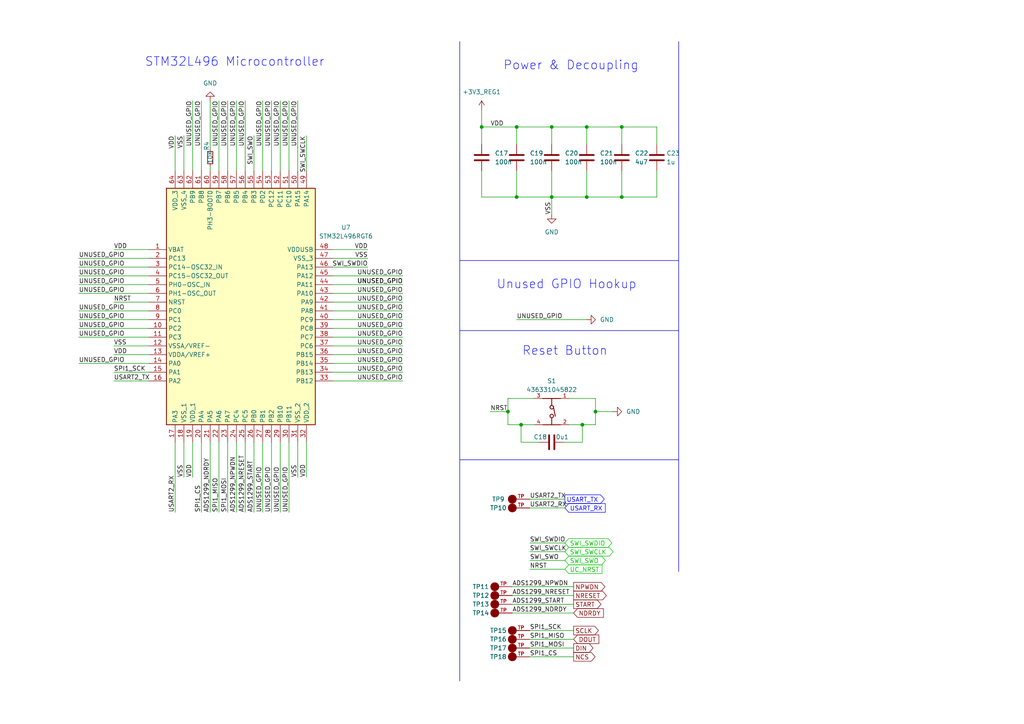
<source format=kicad_sch>
(kicad_sch (version 20250114) (generator "eeschema") (generator_version "9.0")
  (paper "A4")
  (lib_symbols
    (symbol "HANDS-EMG-BOARD:+3V3_REG1" (power) (pin_numbers (hide yes)) (pin_names (offset 0) (hide yes))
      (property "Value" "+3V3_REG1" (at 0 3.556 0))
      (symbol "+3V3_REG1_0_1"
        (polyline (pts (xy -0.762 1.27) (xy 0 2.54)))
        (polyline (pts (xy 0 2.54) (xy 0.762 1.27)))
        (polyline (pts (xy 0 0) (xy 0 2.54)))
      )
      (symbol "+3V3_REG1_1_1"
        (pin power_in line (at 0 0 90) (length 0) (name "~") (number "1"))
      )
    )
    (symbol "HANDS-EMG-BOARD:436331045822" (pin_names (offset 1.016))
      (property "Reference" "S" (at -0.13 7.05 0))
      (property "Value" "436331045822" (at -5.01 -5.38 0))
      (symbol "436331045822_0_0"
        (polyline (pts (xy 0 3.175) (xy 0 5.08)) (stroke (width 0.254)))
        (circle (center 0 2.54) (radius 0.508) (stroke (width 0.254)))
        (circle (center 0 0) (radius 0.508) (stroke (width 0.254)))
        (polyline (pts (xy 0 -2.54) (xy 0 -0.635)) (stroke (width 0.254)))
        (polyline (pts (xy 0.47 2.74) (xy 1.04 -0.07)) (stroke (width 0.254)))
        (polyline (pts (xy 2.54 5.08) (xy -2.54 5.08)) (stroke (width 0.254)))
        (polyline (pts (xy 2.54 -2.54) (xy -2.54 -2.54)) (stroke (width 0.254)))
        (pin passive line (at -5.08 5.08 0) (length 2.54) (name "~") (number "3"))
        (pin passive line (at -5.08 -2.54 0) (length 2.54) (name "~") (number "4"))
        (pin passive line (at 5.08 5.08 180) (length 2.54) (name "~") (number "1"))
        (pin passive line (at 5.08 -2.54 180) (length 2.54) (name "~") (number "2"))
      )
    )
    (symbol "HANDS-EMG-BOARD:5015" (pin_names (offset 1.016))
      (property "Reference" "TP" (at -2.5444 2.5415 0))
      (property "Value" "5015" (at -2.55 -5.0866 0))
      (symbol "5015_0_0"
        (circle (center 0 0) (radius 0.635) (stroke (width 1.27)))
        (pin passive line (at -5.08 0 0) (length 5.08) (name "~") (number "TP"))
      )
    )
    (symbol "HANDS-EMG-BOARD:C" (pin_numbers (hide yes)) (pin_names (offset 0.254))
      (property "Reference" "C" (at 0.635 2.54 0))
      (property "Value" "C" (at 0.635 -2.54 0))
      (symbol "C_0_1"
        (polyline (pts (xy -2.032 0.762) (xy 2.032 0.762)) (stroke (width 0.508)))
        (polyline (pts (xy -2.032 -0.762) (xy 2.032 -0.762)) (stroke (width 0.508)))
      )
      (symbol "C_1_1"
        (pin passive line (at 0 3.81 270) (length 2.794) (name "~") (number "1"))
        (pin passive line (at 0 -3.81 90) (length 2.794) (name "~") (number "2"))
      )
    )
    (symbol "HANDS-EMG-BOARD:GND" (power) (pin_numbers (hide yes)) (pin_names (offset 0) (hide yes))
      (property "Value" "GND" (at 0 -3.81 0))
      (symbol "GND_0_1"
        (polyline (pts (xy 0 0) (xy 0 -1.27) (xy 1.27 -1.27) (xy 0 -2.54) (xy -1.27 -1.27) (xy 0 -1.27)))
      )
      (symbol "GND_1_1"
        (pin power_in line (at 0 0 270) (length 0) (name "~") (number "1"))
      )
    )
    (symbol "HANDS-EMG-BOARD:R_Small" (pin_numbers (hide yes)) (pin_names (offset 0.254) (hide yes))
      (property "Reference" "R" (at 0.762 0.508 0))
      (property "Value" "R_Small" (at 0.762 -1.016 0))
      (symbol "R_Small_0_1"
        (rectangle (start -0.762 1.778) (end 0.762 -1.778) (stroke (width 0.2032)))
      )
      (symbol "R_Small_1_1"
        (pin passive line (at 0 2.54 270) (length 0.762) (name "~") (number "1"))
        (pin passive line (at 0 -2.54 90) (length 0.762) (name "~") (number "2"))
      )
    )
    (symbol "HANDS-EMG-BOARD:STM32L496RGT6"
      (property "Reference" "U" (at 49.53 22.86 0))
      (property "Value" "STM32L496RGT6" (at 49.53 20.32 0))
      (symbol "STM32L496RGT6_1_1"
        (rectangle (start 5.08 17.78) (end 48.26 -50.8) (stroke (width 0.254)) (fill (type background)))
        (pin passive line (at 0 0 0) (length 5.08) (name "VBAT") (number "1"))
        (pin passive line (at 0 -2.54 0) (length 5.08) (name "PC13") (number "2"))
        (pin passive line (at 0 -5.08 0) (length 5.08) (name "PC14-OSC32_IN") (number "3"))
        (pin passive line (at 0 -7.62 0) (length 5.08) (name "PC15-OSC32_OUT") (number "4"))
        (pin passive line (at 0 -10.16 0) (length 5.08) (name "PH0-OSC_IN") (number "5"))
        (pin passive line (at 0 -12.7 0) (length 5.08) (name "PH1-OSC_OUT") (number "6"))
        (pin passive line (at 0 -15.24 0) (length 5.08) (name "NRST") (number "7"))
        (pin passive line (at 0 -17.78 0) (length 5.08) (name "PC0") (number "8"))
        (pin passive line (at 0 -20.32 0) (length 5.08) (name "PC1") (number "9"))
        (pin passive line (at 0 -22.86 0) (length 5.08) (name "PC2") (number "10"))
        (pin passive line (at 0 -25.4 0) (length 5.08) (name "PC3") (number "11"))
        (pin passive line (at 0 -27.94 0) (length 5.08) (name "VSSA/VREF-") (number "12"))
        (pin passive line (at 0 -30.48 0) (length 5.08) (name "VDDA/VREF+") (number "13"))
        (pin passive line (at 0 -33.02 0) (length 5.08) (name "PA0") (number "14"))
        (pin passive line (at 0 -35.56 0) (length 5.08) (name "PA1") (number "15"))
        (pin passive line (at 0 -38.1 0) (length 5.08) (name "PA2") (number "16"))
        (pin passive line (at 7.62 22.86 270) (length 5.08) (name "VDD_3") (number "64"))
        (pin passive line (at 7.62 -55.88 90) (length 5.08) (name "PA3") (number "17"))
        (pin passive line (at 10.16 22.86 270) (length 5.08) (name "VSS_4") (number "63"))
        (pin passive line (at 10.16 -55.88 90) (length 5.08) (name "VSS_1") (number "18"))
        (pin passive line (at 12.7 22.86 270) (length 5.08) (name "PB9") (number "62"))
        (pin passive line (at 12.7 -55.88 90) (length 5.08) (name "VDD_1") (number "19"))
        (pin passive line (at 15.24 22.86 270) (length 5.08) (name "PB8") (number "61"))
        (pin passive line (at 15.24 -55.88 90) (length 5.08) (name "PA4") (number "20"))
        (pin passive line (at 17.78 22.86 270) (length 5.08) (name "PH3-BOOT0") (number "60"))
        (pin passive line (at 17.78 -55.88 90) (length 5.08) (name "PA5") (number "21"))
        (pin passive line (at 20.32 22.86 270) (length 5.08) (name "PB7") (number "59"))
        (pin passive line (at 20.32 -55.88 90) (length 5.08) (name "PA6") (number "22"))
        (pin passive line (at 22.86 22.86 270) (length 5.08) (name "PB6") (number "58"))
        (pin passive line (at 22.86 -55.88 90) (length 5.08) (name "PA7") (number "23"))
        (pin passive line (at 25.4 22.86 270) (length 5.08) (name "PB5") (number "57"))
        (pin passive line (at 25.4 -55.88 90) (length 5.08) (name "PC4") (number "24"))
        (pin passive line (at 27.94 22.86 270) (length 5.08) (name "PB4") (number "56"))
        (pin passive line (at 27.94 -55.88 90) (length 5.08) (name "PC5") (number "25"))
        (pin passive line (at 30.48 22.86 270) (length 5.08) (name "PB3") (number "55"))
        (pin passive line (at 30.48 -55.88 90) (length 5.08) (name "PB0") (number "26"))
        (pin passive line (at 33.02 22.86 270) (length 5.08) (name "PD2") (number "54"))
        (pin passive line (at 33.02 -55.88 90) (length 5.08) (name "PB1") (number "27"))
        (pin passive line (at 35.56 22.86 270) (length 5.08) (name "PC12") (number "53"))
        (pin passive line (at 35.56 -55.88 90) (length 5.08) (name "PB2") (number "28"))
        (pin passive line (at 38.1 22.86 270) (length 5.08) (name "PC11") (number "52"))
        (pin passive line (at 38.1 -55.88 90) (length 5.08) (name "PB10") (number "29"))
        (pin passive line (at 40.64 22.86 270) (length 5.08) (name "PC10") (number "51"))
        (pin passive line (at 40.64 -55.88 90) (length 5.08) (name "PB11") (number "30"))
        (pin passive line (at 43.18 22.86 270) (length 5.08) (name "PA15") (number "50"))
        (pin passive line (at 43.18 -55.88 90) (length 5.08) (name "VSS_2") (number "31"))
        (pin passive line (at 45.72 22.86 270) (length 5.08) (name "PA14") (number "49"))
        (pin passive line (at 45.72 -55.88 90) (length 5.08) (name "VDD_2") (number "32"))
        (pin passive line (at 53.34 0 180) (length 5.08) (name "VDDUSB") (number "48"))
        (pin passive line (at 53.34 -2.54 180) (length 5.08) (name "VSS_3") (number "47"))
        (pin passive line (at 53.34 -5.08 180) (length 5.08) (name "PA13") (number "46"))
        (pin passive line (at 53.34 -7.62 180) (length 5.08) (name "PA12") (number "45"))
        (pin passive line (at 53.34 -10.16 180) (length 5.08) (name "PA11") (number "44"))
        (pin passive line (at 53.34 -12.7 180) (length 5.08) (name "PA10") (number "43"))
        (pin passive line (at 53.34 -15.24 180) (length 5.08) (name "PA9") (number "42"))
        (pin passive line (at 53.34 -17.78 180) (length 5.08) (name "PA8") (number "41"))
        (pin passive line (at 53.34 -20.32 180) (length 5.08) (name "PC9") (number "40"))
        (pin passive line (at 53.34 -22.86 180) (length 5.08) (name "PC8") (number "39"))
        (pin passive line (at 53.34 -25.4 180) (length 5.08) (name "PC7") (number "38"))
        (pin passive line (at 53.34 -27.94 180) (length 5.08) (name "PC6") (number "37"))
        (pin passive line (at 53.34 -30.48 180) (length 5.08) (name "PB15") (number "36"))
        (pin passive line (at 53.34 -33.02 180) (length 5.08) (name "PB14") (number "35"))
        (pin passive line (at 53.34 -35.56 180) (length 5.08) (name "PB13") (number "34"))
        (pin passive line (at 53.34 -38.1 180) (length 5.08) (name "PB12") (number "33"))
      )
    )
  )
  (text "STM32L496 Microcontroller" (at 68.072 18.034 0) (effects (font (size 2.54 2.54))))
  (text "Unused GPIO Hookup" (at 164.338 82.55 0) (effects (font (size 2.54 2.54))))
  (text "Reset Button" (at 163.83 101.854 0) (effects (font (size 2.54 2.54))))
  (text "Power & Decoupling" (at 165.608 19.05 0) (effects (font (size 2.54 2.54))))
  (junction (at 160.02 36.83))
  (junction (at 172.72 119.38))
  (junction (at 149.86 57.15))
  (junction (at 180.34 36.83))
  (junction (at 170.18 36.83))
  (junction (at 139.7 36.83))
  (junction (at 180.34 57.15))
  (junction (at 149.86 36.83))
  (junction (at 160.02 57.15))
  (junction (at 170.18 57.15))
  (junction (at 168.91 123.19))
  (junction (at 147.32 119.38))
  (junction (at 151.13 123.19))
  (wire (pts (xy 43.18 92.71) (xy 22.86 92.71)))
  (wire (pts (xy 153.67 144.78) (xy 163.83 144.78)))
  (wire (pts (xy 148.59 170.18) (xy 166.37 170.18)))
  (wire (pts (xy 153.67 187.96) (xy 166.37 187.96)))
  (wire (pts (xy 33.02 102.87) (xy 43.18 102.87)))
  (wire (pts (xy 43.18 95.25) (xy 22.86 95.25)))
  (wire (pts (xy 55.88 49.53) (xy 55.88 29.21)))
  (wire (pts (xy 81.28 49.53) (xy 81.28 29.21)))
  (wire (pts (xy 96.52 95.25) (xy 116.84 95.25)))
  (wire (pts (xy 165.1 123.19) (xy 168.91 123.19)))
  (wire (pts (xy 33.02 72.39) (xy 43.18 72.39)))
  (wire (pts (xy 86.36 138.43) (xy 86.36 128.27)))
  (wire (pts (xy 81.28 128.27) (xy 81.28 148.59)))
  (wire (pts (xy 43.18 82.55) (xy 22.86 82.55)))
  (wire (pts (xy 151.13 123.19) (xy 154.94 123.19)))
  (wire (pts (xy 168.91 128.27) (xy 168.91 123.19)))
  (wire (pts (xy 78.74 49.53) (xy 78.74 29.21)))
  (wire (pts (xy 148.59 177.8) (xy 166.37 177.8)))
  (wire (pts (xy 149.86 49.53) (xy 149.86 57.15)))
  (polyline (pts (xy 133.35 95.885) (xy 196.85 95.885)))
  (wire (pts (xy 73.66 148.59) (xy 73.66 128.27)))
  (wire (pts (xy 180.34 36.83) (xy 190.5 36.83)))
  (wire (pts (xy 43.18 74.93) (xy 22.86 74.93)))
  (wire (pts (xy 53.34 39.37) (xy 53.34 49.53)))
  (polyline (pts (xy 196.85 133.35) (xy 196.85 165.735)))
  (wire (pts (xy 66.04 49.53) (xy 66.04 29.21)))
  (wire (pts (xy 96.52 110.49) (xy 116.84 110.49)))
  (wire (pts (xy 160.02 49.53) (xy 160.02 57.15)))
  (wire (pts (xy 160.02 57.15) (xy 160.02 62.23)))
  (polyline (pts (xy 133.35 75.565) (xy 196.85 75.565)))
  (wire (pts (xy 151.13 128.27) (xy 156.21 128.27)))
  (wire (pts (xy 68.58 148.59) (xy 68.58 128.27)))
  (wire (pts (xy 96.52 85.09) (xy 116.84 85.09)))
  (wire (pts (xy 148.59 175.26) (xy 166.37 175.26)))
  (wire (pts (xy 163.83 128.27) (xy 168.91 128.27)))
  (wire (pts (xy 180.34 49.53) (xy 180.34 57.15)))
  (wire (pts (xy 76.2 128.27) (xy 76.2 148.59)))
  (wire (pts (xy 43.18 85.09) (xy 22.86 85.09)))
  (wire (pts (xy 58.42 148.59) (xy 58.42 128.27)))
  (wire (pts (xy 160.02 36.83) (xy 170.18 36.83)))
  (wire (pts (xy 154.94 115.57) (xy 147.32 115.57)))
  (wire (pts (xy 96.52 100.33) (xy 116.84 100.33)))
  (polyline (pts (xy 133.35 133.35) (xy 196.85 133.35)))
  (wire (pts (xy 180.34 57.15) (xy 190.5 57.15)))
  (wire (pts (xy 149.86 36.83) (xy 160.02 36.83)))
  (wire (pts (xy 153.67 185.42) (xy 166.37 185.42)))
  (wire (pts (xy 153.67 160.02) (xy 163.83 160.02)))
  (wire (pts (xy 96.52 105.41) (xy 116.84 105.41)))
  (wire (pts (xy 153.67 147.32) (xy 163.83 147.32)))
  (wire (pts (xy 153.67 190.5) (xy 166.37 190.5)))
  (wire (pts (xy 160.02 57.15) (xy 149.86 57.15)))
  (wire (pts (xy 153.67 162.56) (xy 163.83 162.56)))
  (wire (pts (xy 78.74 128.27) (xy 78.74 148.59)))
  (wire (pts (xy 63.5 49.53) (xy 63.5 29.21)))
  (wire (pts (xy 170.18 36.83) (xy 170.18 41.91)))
  (wire (pts (xy 43.18 105.41) (xy 22.86 105.41)))
  (wire (pts (xy 139.7 36.83) (xy 139.7 41.91)))
  (wire (pts (xy 96.52 97.79) (xy 116.84 97.79)))
  (wire (pts (xy 151.13 123.19) (xy 151.13 128.27)))
  (wire (pts (xy 83.82 49.53) (xy 83.82 29.21)))
  (wire (pts (xy 142.24 119.38) (xy 147.32 119.38)))
  (wire (pts (xy 139.7 36.83) (xy 149.86 36.83)))
  (wire (pts (xy 96.52 82.55) (xy 116.84 82.55)))
  (wire (pts (xy 160.02 36.83) (xy 160.02 41.91)))
  (wire (pts (xy 170.18 92.71) (xy 149.86 92.71)))
  (wire (pts (xy 172.72 115.57) (xy 165.1 115.57)))
  (wire (pts (xy 139.7 57.15) (xy 139.7 49.53)))
  (wire (pts (xy 170.18 57.15) (xy 160.02 57.15)))
  (wire (pts (xy 63.5 148.59) (xy 63.5 128.27)))
  (wire (pts (xy 43.18 80.01) (xy 22.86 80.01)))
  (wire (pts (xy 180.34 36.83) (xy 180.34 41.91)))
  (wire (pts (xy 83.82 128.27) (xy 83.82 148.59)))
  (wire (pts (xy 170.18 36.83) (xy 180.34 36.83)))
  (wire (pts (xy 71.12 148.59) (xy 71.12 128.27)))
  (wire (pts (xy 153.67 157.48) (xy 163.83 157.48)))
  (wire (pts (xy 153.67 165.1) (xy 163.83 165.1)))
  (wire (pts (xy 172.72 119.38) (xy 177.8 119.38)))
  (wire (pts (xy 43.18 90.17) (xy 22.86 90.17)))
  (wire (pts (xy 172.72 119.38) (xy 172.72 115.57)))
  (wire (pts (xy 55.88 138.43) (xy 55.88 128.27)))
  (wire (pts (xy 53.34 138.43) (xy 53.34 128.27)))
  (wire (pts (xy 153.67 182.88) (xy 166.37 182.88)))
  (wire (pts (xy 148.59 172.72) (xy 166.37 172.72)))
  (wire (pts (xy 147.32 123.19) (xy 151.13 123.19)))
  (wire (pts (xy 33.02 87.63) (xy 43.18 87.63)))
  (wire (pts (xy 147.32 115.57) (xy 147.32 119.38)))
  (wire (pts (xy 88.9 138.43) (xy 88.9 128.27)))
  (wire (pts (xy 139.7 31.75) (xy 139.7 36.83)))
  (wire (pts (xy 147.32 119.38) (xy 147.32 123.19)))
  (wire (pts (xy 73.66 49.53) (xy 73.66 39.37)))
  (wire (pts (xy 68.58 49.53) (xy 68.58 29.21)))
  (wire (pts (xy 43.18 77.47) (xy 22.86 77.47)))
  (wire (pts (xy 149.86 57.15) (xy 139.7 57.15)))
  (wire (pts (xy 190.5 57.15) (xy 190.5 49.53)))
  (wire (pts (xy 190.5 41.91) (xy 190.5 36.83)))
  (wire (pts (xy 88.9 49.53) (xy 88.9 39.37)))
  (wire (pts (xy 96.52 80.01) (xy 116.84 80.01)))
  (wire (pts (xy 96.52 107.95) (xy 116.84 107.95)))
  (polyline (pts (xy 196.85 12.065) (xy 196.85 133.35)))
  (wire (pts (xy 33.02 100.33) (xy 43.18 100.33)))
  (wire (pts (xy 60.96 29.21) (xy 60.96 43.18)))
  (wire (pts (xy 33.02 107.95) (xy 43.18 107.95)))
  (wire (pts (xy 66.04 148.59) (xy 66.04 128.27)))
  (wire (pts (xy 86.36 49.53) (xy 86.36 29.21)))
  (wire (pts (xy 96.52 102.87) (xy 116.84 102.87)))
  (wire (pts (xy 168.91 123.19) (xy 172.72 123.19)))
  (wire (pts (xy 33.02 110.49) (xy 43.18 110.49)))
  (wire (pts (xy 50.8 148.59) (xy 50.8 128.27)))
  (wire (pts (xy 58.42 49.53) (xy 58.42 29.21)))
  (wire (pts (xy 71.12 49.53) (xy 71.12 29.21)))
  (wire (pts (xy 76.2 49.53) (xy 76.2 29.21)))
  (wire (pts (xy 106.68 72.39) (xy 96.52 72.39)))
  (wire (pts (xy 60.96 148.59) (xy 60.96 128.27)))
  (wire (pts (xy 96.52 92.71) (xy 116.84 92.71)))
  (wire (pts (xy 170.18 49.53) (xy 170.18 57.15)))
  (wire (pts (xy 96.52 77.47) (xy 106.68 77.47)))
  (wire (pts (xy 172.72 123.19) (xy 172.72 119.38)))
  (wire (pts (xy 50.8 39.37) (xy 50.8 49.53)))
  (polyline (pts (xy 133.35 12.065) (xy 133.35 197.485)))
  (wire (pts (xy 149.86 36.83) (xy 149.86 41.91)))
  (wire (pts (xy 60.96 48.26) (xy 60.96 49.53)))
  (wire (pts (xy 96.52 90.17) (xy 116.84 90.17)))
  (wire (pts (xy 43.18 97.79) (xy 22.86 97.79)))
  (wire (pts (xy 106.68 74.93) (xy 96.52 74.93)))
  (wire (pts (xy 96.52 87.63) (xy 116.84 87.63)))
  (wire (pts (xy 180.34 57.15) (xy 170.18 57.15)))
  (label "VDD" (at 106.68 72.39 180))
  (label "VSS" (at 86.36 138.43 90))
  (label "UNUSED_GPIO" (at 81.28 29.21 270))
  (label "VDD" (at 33.02 102.87 0))
  (label "UNUSED_GPIO" (at 22.86 85.09 0))
  (label "VDD" (at 50.8 39.37 270))
  (label "UNUSED_GPIO" (at 81.28 148.59 90))
  (label "NRST" (at 153.67 165.1 0))
  (label "UNUSED_GPIO" (at 76.2 148.59 90))
  (label "SWI_SWO" (at 73.66 39.37 270))
  (label "UNUSED_GPIO" (at 22.86 90.17 0))
  (label "SPI1_MISO" (at 153.67 185.42 0))
  (label "UNUSED_GPIO" (at 116.84 80.01 180))
  (label "UNUSED_GPIO" (at 116.84 102.87 180))
  (label "UNUSED_GPIO" (at 22.86 95.25 0))
  (label "VDD" (at 142.24 36.83 0))
  (label "NRST" (at 142.24 119.38 0))
  (label "UNUSED_GPIO" (at 116.84 107.95 180))
  (label "SPI1_SCK" (at 153.67 182.88 0))
  (label "VDD" (at 33.02 72.39 0))
  (label "UNUSED_GPIO" (at 83.82 29.21 270))
  (label "SWI_SWCLK" (at 88.9 39.37 270))
  (label "USART2_TX" (at 33.02 110.49 0))
  (label "UNUSED_GPIO" (at 22.86 97.79 0))
  (label "UNUSED_GPIO" (at 116.84 82.55 180))
  (label "UNUSED_GPIO" (at 116.84 92.71 180))
  (label "UNUSED_GPIO" (at 86.36 29.21 270))
  (label "SPI1_MOSI" (at 66.04 148.59 90))
  (label "UNUSED_GPIO" (at 22.86 92.71 0))
  (label "UNUSED_GPIO" (at 71.12 29.21 270))
  (label "VDD" (at 88.9 138.43 90))
  (label "SPI1_MISO" (at 63.5 148.59 90))
  (label "VSS" (at 160.02 62.23 90))
  (label "UNUSED_GPIO" (at 116.84 100.33 180))
  (label "UNUSED_GPIO" (at 63.5 29.21 270))
  (label "UNUSED_GPIO" (at 78.74 148.59 90))
  (label "USART2_TX" (at 153.67 144.78 0))
  (label "UNUSED_GPIO" (at 116.84 97.79 180))
  (label "SWI_SWDIO" (at 153.67 157.48 0))
  (label "UNUSED_GPIO" (at 22.86 82.55 0))
  (label "USART2_RX" (at 153.67 147.32 0))
  (label "UNUSED_GPIO" (at 78.74 29.21 270))
  (label "VSS" (at 53.34 138.43 90))
  (label "VDD" (at 55.88 138.43 90))
  (label "SWI_SWDIO" (at 106.68 77.47 180))
  (label "SPI1_SCK" (at 33.02 107.95 0))
  (label "ADS1299_NRESET" (at 71.12 148.59 90))
  (label "UNUSED_GPIO" (at 68.58 29.21 270))
  (label "UNUSED_GPIO" (at 55.88 29.21 270))
  (label "NRST" (at 33.02 87.63 0))
  (label "UNUSED_GPIO" (at 83.82 148.59 90))
  (label "ADS1299_NPWDN" (at 68.58 148.59 90))
  (label "UNUSED_GPIO" (at 66.04 29.21 270))
  (label "ADS1299_NDRDY" (at 60.96 148.59 90))
  (label "SWI_SWO" (at 153.67 162.56 0))
  (label "UNUSED_GPIO" (at 76.2 29.21 270))
  (label "UNUSED_GPIO" (at 22.86 105.41 0))
  (label "UNUSED_GPIO" (at 22.86 77.47 0))
  (label "VSS" (at 33.02 100.33 0))
  (label "ADS1299_NRESET" (at 148.59 172.72 0))
  (label "UNUSED_GPIO" (at 116.84 110.49 180))
  (label "UNUSED_GPIO" (at 58.42 29.21 270))
  (label "UNUSED_GPIO" (at 22.86 80.01 0))
  (label "ADS1299_NDRDY" (at 148.59 177.8 0))
  (label "UNUSED_GPIO" (at 116.84 95.25 180))
  (label "UNUSED_GPIO" (at 116.84 105.41 180))
  (label "SPI1_MOSI" (at 153.67 187.96 0))
  (label "ADS1299_START" (at 73.66 148.59 90))
  (label "VSS" (at 106.68 74.93 180))
  (label "USART2_RX" (at 50.8 148.59 90))
  (label "UNUSED_GPIO" (at 22.86 74.93 0))
  (label "ADS1299_START" (at 148.59 175.26 0))
  (label "ADS1299_NPWDN" (at 148.59 170.18 0))
  (label "UNUSED_GPIO" (at 116.84 82.55 180))
  (label "SPI1_CS" (at 153.67 190.5 0))
  (label "UNUSED_GPIO" (at 116.84 90.17 180))
  (label "SWI_SWCLK" (at 153.67 160.02 0))
  (label "UNUSED_GPIO" (at 116.84 85.09 180))
  (label "VSS" (at 53.34 39.37 270))
  (label "SPI1_CS" (at 58.42 148.59 90))
  (label "UNUSED_GPIO" (at 116.84 87.63 180))
  (label "UNUSED_GPIO" (at 149.86 92.71 0))
  (global_label "UC_NRST" (shape input) (at 163.83 165.1 0) (property "Intersheetrefs" "${INTERSHEET_REFS}" (effects (hide yes))))
  (global_label "DIN" (shape output) (at 166.37 187.96 0) (property "Intersheetrefs" "${INTERSHEET_REFS}" (effects (hide yes))))
  (global_label "DOUT" (shape input) (at 166.37 185.42 0) (property "Intersheetrefs" "${INTERSHEET_REFS}" (effects (hide yes))))
  (global_label "SWI_SWDIO" (shape bidirectional) (at 163.83 157.48 0) (property "Intersheetrefs" "${INTERSHEET_REFS}" (effects (hide yes))))
  (global_label "USART_RX" (shape input) (at 163.83 147.32 0) (property "Intersheetrefs" "${INTERSHEET_REFS}" (effects (hide yes))))
  (global_label "SWI_SWCLK" (shape bidirectional) (at 163.83 160.02 0) (property "Intersheetrefs" "${INTERSHEET_REFS}" (effects (hide yes))))
  (global_label "NDRDY" (shape input) (at 166.37 177.8 0) (property "Intersheetrefs" "${INTERSHEET_REFS}" (effects (hide yes))))
  (global_label "USART_TX" (shape output) (at 163.83 144.78 0) (property "Intersheetrefs" "${INTERSHEET_REFS}" (effects (hide yes))))
  (global_label "START" (shape output) (at 166.37 175.26 0) (property "Intersheetrefs" "${INTERSHEET_REFS}" (effects (hide yes))))
  (global_label "NCS" (shape output) (at 166.37 190.5 0) (property "Intersheetrefs" "${INTERSHEET_REFS}" (effects (hide yes))))
  (global_label "SCLK" (shape output) (at 166.37 182.88 0) (property "Intersheetrefs" "${INTERSHEET_REFS}" (effects (hide yes))))
  (global_label "NRESET" (shape output) (at 166.37 172.72 0) (property "Intersheetrefs" "${INTERSHEET_REFS}" (effects (hide yes))))
  (global_label "SWI_SWO" (shape bidirectional) (at 163.83 162.56 0) (property "Intersheetrefs" "${INTERSHEET_REFS}" (effects (hide yes))))
  (global_label "NPWDN" (shape output) (at 166.37 170.18 0) (property "Intersheetrefs" "${INTERSHEET_REFS}" (effects (hide yes))))
  (symbol (lib_id "HANDS-EMG-BOARD:5015") (at 148.59 144.78 180) (unit 1)
    (property "Reference" "TP9" (at 144.526 144.78 0))
    (property "Value" "5015" (effects (hide yes)))
    (property "Footprint" "HANDS-EMG-BOARD:5015" (effects (hide yes)))
    (property "Datasheet" "https://www.keyelco.com/userAssets/file/M65p55.pdf" (effects (hide yes)))
    (property "Description" "PC Test Point, Miniature Phosphor Bronze Silver Plating Surface Mount Mounting Type" (effects (hide yes)))
    (property "PARTREV" "F" (effects (hide yes)))
    (property "MANUFACTURER" "Keystone Electronics" (effects (hide yes)))
    (property "SNAPEDA_PN" "5015" (effects (hide yes)))
    (property "MAXIMUM_PACKAGE_HEIGHT" "1.52 mm" (effects (hide yes)))
    (property "STANDARD" "Manufacturer Recommendations" (effects (hide yes)))
  )
  (symbol (lib_id "HANDS-EMG-BOARD:5015") (at 148.59 185.42 180) (unit 1)
    (property "Reference" "TP16" (at 144.526 185.42 0))
    (property "Value" "5015" (effects (hide yes)))
    (property "Footprint" "HANDS-EMG-BOARD:5015" (effects (hide yes)))
    (property "Datasheet" "https://www.keyelco.com/userAssets/file/M65p55.pdf" (effects (hide yes)))
    (property "Description" "PC Test Point, Miniature Phosphor Bronze Silver Plating Surface Mount Mounting Type" (effects (hide yes)))
    (property "PARTREV" "F" (effects (hide yes)))
    (property "MANUFACTURER" "Keystone Electronics" (effects (hide yes)))
    (property "SNAPEDA_PN" "5015" (effects (hide yes)))
    (property "MAXIMUM_PACKAGE_HEIGHT" "1.52 mm" (effects (hide yes)))
    (property "STANDARD" "Manufacturer Recommendations" (effects (hide yes)))
  )
  (symbol (lib_id "HANDS-EMG-BOARD:C") (at 160.02 45.72 0) (unit 1)
    (property "Reference" "C20" (at 163.83 44.4499 0) (effects (justify left)))
    (property "Value" "100n" (at 163.83 46.9899 0) (effects (justify left)))
    (property "Footprint" "Capacitor_SMD:C_0603_1608Metric" (effects (hide yes)))
    (property "Description" "Unpolarized capacitor" (effects (hide yes)))
  )
  (symbol (lib_id "HANDS-EMG-BOARD:C") (at 170.18 45.72 0) (unit 1)
    (property "Reference" "C21" (at 173.99 44.4499 0) (effects (justify left)))
    (property "Value" "100n" (at 173.99 46.9899 0) (effects (justify left)))
    (property "Footprint" "Capacitor_SMD:C_0603_1608Metric" (effects (hide yes)))
    (property "Description" "Unpolarized capacitor" (effects (hide yes)))
  )
  (symbol (lib_id "HANDS-EMG-BOARD:STM32L496RGT6") (at 43.18 72.39 0) (unit 1)
    (property "Reference" "U7" (at 100.33 65.9698 0))
    (property "Value" "STM32L496RGT6" (at 100.33 68.5098 0))
    (property "Footprint" "HANDS-EMG-BOARD:STM32L496RGT6" (effects (hide yes)))
    (property "Datasheet" "https://www.st.com/resource/en/datasheet/stm32l496ae.pdf" (effects (hide yes)))
    (property "Description" "ARM® Cortex®-M4 STM32L4 Microcontroller IC 32-Bit Single-Core 80MHz 1MB (1M x 8) FLASH 64-LQFP (10x10)" (effects (hide yes)))
    (property "Manufacturer_Name" "STMicroelectronics" (effects (hide yes)))
    (property "Manufacturer_Part_Number" "STM32L496RGT6" (effects (hide yes)))
    (property "Mouser Part Number" "511-STM32L496RGT6" (effects (hide yes)))
    (property "Mouser Price/Stock" "https://www.mouser.co.uk/ProductDetail/STMicroelectronics/STM32L496RGT6?qs=GFgPWxtVJSbvyA%2FUhaWzTw%3D%3D" (effects (hide yes)))
    (property "Arrow Part Number" "STM32L496RGT6" (effects (hide yes)))
    (property "Arrow Price/Stock" "https://www.arrow.com/en/products/stm32l496rgt6/stmicroelectronics?utm_currency=USD&region=nac" (effects (hide yes)))
  )
  (symbol (lib_id "HANDS-EMG-BOARD:R_Small") (at 60.96 45.72 0) (unit 1)
    (property "Reference" "R4" (at 59.944 43.688 90) (effects (justify left)))
    (property "Value" "10K" (at 60.96 47.498 90) (effects (justify left)))
    (property "Footprint" "Resistor_SMD:R_0402_1005Metric" (effects (hide yes)))
    (property "Description" "Resistor, small symbol" (effects (hide yes)))
  )
  (symbol (lib_id "HANDS-EMG-BOARD:GND") (at 177.8 119.38 90) (unit 1)
    (property "Reference" "#PWR039" (effects (hide yes)))
    (property "Value" "GND" (at 181.61 119.3799 90) (effects (justify right)))
    (property "Description" "Power symbol creates a global label with name \"GND\" , ground" (effects (hide yes)))
  )
  (symbol (lib_id "HANDS-EMG-BOARD:C") (at 190.5 45.72 0) (unit 1)
    (property "Reference" "C23" (at 193.294 44.45 0) (effects (justify left)))
    (property "Value" "1u" (at 193.294 46.99 0) (effects (justify left)))
    (property "Footprint" "Capacitor_SMD:C_0603_1608Metric" (effects (hide yes)))
    (property "Description" "Unpolarized capacitor" (effects (hide yes)))
  )
  (symbol (lib_id "HANDS-EMG-BOARD:+3V3_REG1") (at 139.7 31.75 0) (unit 1)
    (property "Reference" "#PWR035" (effects (hide yes)))
    (property "Value" "+3V3_REG1" (at 139.7 26.67 0))
    (property "Description" "Power symbol creates a global label with name \"+3V3_REG1\"" (effects (hide yes)))
  )
  (symbol (lib_id "HANDS-EMG-BOARD:5015") (at 148.59 147.32 180) (unit 1)
    (property "Reference" "TP10" (at 144.526 147.32 0))
    (property "Value" "5015" (effects (hide yes)))
    (property "Footprint" "HANDS-EMG-BOARD:5015" (effects (hide yes)))
    (property "Datasheet" "https://www.keyelco.com/userAssets/file/M65p55.pdf" (effects (hide yes)))
    (property "Description" "PC Test Point, Miniature Phosphor Bronze Silver Plating Surface Mount Mounting Type" (effects (hide yes)))
    (property "PARTREV" "F" (effects (hide yes)))
    (property "MANUFACTURER" "Keystone Electronics" (effects (hide yes)))
    (property "SNAPEDA_PN" "5015" (effects (hide yes)))
    (property "MAXIMUM_PACKAGE_HEIGHT" "1.52 mm" (effects (hide yes)))
    (property "STANDARD" "Manufacturer Recommendations" (effects (hide yes)))
  )
  (symbol (lib_id "HANDS-EMG-BOARD:5015") (at 143.51 177.8 180) (unit 1)
    (property "Reference" "TP14" (at 139.446 177.8 0))
    (property "Value" "5015" (effects (hide yes)))
    (property "Footprint" "HANDS-EMG-BOARD:5015" (effects (hide yes)))
    (property "Datasheet" "https://www.keyelco.com/userAssets/file/M65p55.pdf" (effects (hide yes)))
    (property "Description" "PC Test Point, Miniature Phosphor Bronze Silver Plating Surface Mount Mounting Type" (effects (hide yes)))
    (property "PARTREV" "F" (effects (hide yes)))
    (property "MANUFACTURER" "Keystone Electronics" (effects (hide yes)))
    (property "SNAPEDA_PN" "5015" (effects (hide yes)))
    (property "MAXIMUM_PACKAGE_HEIGHT" "1.52 mm" (effects (hide yes)))
    (property "STANDARD" "Manufacturer Recommendations" (effects (hide yes)))
  )
  (symbol (lib_id "HANDS-EMG-BOARD:C") (at 160.02 128.27 270) (unit 1)
    (property "Reference" "C18" (at 156.718 126.746 90))
    (property "Value" "0u1" (at 163.068 126.746 90))
    (property "Footprint" "Capacitor_SMD:C_0603_1608Metric" (effects (hide yes)))
    (property "Description" "Unpolarized capacitor" (effects (hide yes)))
  )
  (symbol (lib_id "HANDS-EMG-BOARD:5015") (at 148.59 182.88 180) (unit 1)
    (property "Reference" "TP15" (at 144.526 182.88 0))
    (property "Value" "5015" (effects (hide yes)))
    (property "Footprint" "HANDS-EMG-BOARD:5015" (effects (hide yes)))
    (property "Datasheet" "https://www.keyelco.com/userAssets/file/M65p55.pdf" (effects (hide yes)))
    (property "Description" "PC Test Point, Miniature Phosphor Bronze Silver Plating Surface Mount Mounting Type" (effects (hide yes)))
    (property "PARTREV" "F" (effects (hide yes)))
    (property "MANUFACTURER" "Keystone Electronics" (effects (hide yes)))
    (property "SNAPEDA_PN" "5015" (effects (hide yes)))
    (property "MAXIMUM_PACKAGE_HEIGHT" "1.52 mm" (effects (hide yes)))
    (property "STANDARD" "Manufacturer Recommendations" (effects (hide yes)))
  )
  (symbol (lib_id "HANDS-EMG-BOARD:5015") (at 148.59 190.5 180) (unit 1)
    (property "Reference" "TP18" (at 144.526 190.5 0))
    (property "Value" "5015" (effects (hide yes)))
    (property "Footprint" "HANDS-EMG-BOARD:5015" (effects (hide yes)))
    (property "Datasheet" "https://www.keyelco.com/userAssets/file/M65p55.pdf" (effects (hide yes)))
    (property "Description" "PC Test Point, Miniature Phosphor Bronze Silver Plating Surface Mount Mounting Type" (effects (hide yes)))
    (property "PARTREV" "F" (effects (hide yes)))
    (property "MANUFACTURER" "Keystone Electronics" (effects (hide yes)))
    (property "SNAPEDA_PN" "5015" (effects (hide yes)))
    (property "MAXIMUM_PACKAGE_HEIGHT" "1.52 mm" (effects (hide yes)))
    (property "STANDARD" "Manufacturer Recommendations" (effects (hide yes)))
  )
  (symbol (lib_id "HANDS-EMG-BOARD:C") (at 149.86 45.72 0) (unit 1)
    (property "Reference" "C19" (at 153.67 44.4499 0) (effects (justify left)))
    (property "Value" "100n" (at 153.67 46.9899 0) (effects (justify left)))
    (property "Footprint" "Capacitor_SMD:C_0603_1608Metric" (effects (hide yes)))
    (property "Description" "Unpolarized capacitor" (effects (hide yes)))
  )
  (symbol (lib_id "HANDS-EMG-BOARD:GND") (at 170.18 92.71 90) (unit 1)
    (property "Reference" "#PWR038" (effects (hide yes)))
    (property "Value" "GND" (at 173.99 92.7099 90) (effects (justify right)))
    (property "Description" "Power symbol creates a global label with name \"GND\" , ground" (effects (hide yes)))
  )
  (symbol (lib_id "HANDS-EMG-BOARD:5015") (at 143.51 170.18 180) (unit 1)
    (property "Reference" "TP11" (at 139.446 170.18 0))
    (property "Value" "5015" (effects (hide yes)))
    (property "Footprint" "HANDS-EMG-BOARD:5015" (effects (hide yes)))
    (property "Datasheet" "https://www.keyelco.com/userAssets/file/M65p55.pdf" (effects (hide yes)))
    (property "Description" "PC Test Point, Miniature Phosphor Bronze Silver Plating Surface Mount Mounting Type" (effects (hide yes)))
    (property "PARTREV" "F" (effects (hide yes)))
    (property "MANUFACTURER" "Keystone Electronics" (effects (hide yes)))
    (property "SNAPEDA_PN" "5015" (effects (hide yes)))
    (property "MAXIMUM_PACKAGE_HEIGHT" "1.52 mm" (effects (hide yes)))
    (property "STANDARD" "Manufacturer Recommendations" (effects (hide yes)))
  )
  (symbol (lib_id "HANDS-EMG-BOARD:C") (at 180.34 45.72 0) (unit 1)
    (property "Reference" "C22" (at 184.15 44.4499 0) (effects (justify left)))
    (property "Value" "4u7" (at 184.15 46.9899 0) (effects (justify left)))
    (property "Footprint" "Capacitor_SMD:C_0603_1608Metric" (effects (hide yes)))
    (property "Description" "Unpolarized capacitor" (effects (hide yes)))
  )
  (symbol (lib_id "HANDS-EMG-BOARD:5015") (at 148.59 187.96 180) (unit 1)
    (property "Reference" "TP17" (at 144.526 187.96 0))
    (property "Value" "5015" (effects (hide yes)))
    (property "Footprint" "HANDS-EMG-BOARD:5015" (effects (hide yes)))
    (property "Datasheet" "https://www.keyelco.com/userAssets/file/M65p55.pdf" (effects (hide yes)))
    (property "Description" "PC Test Point, Miniature Phosphor Bronze Silver Plating Surface Mount Mounting Type" (effects (hide yes)))
    (property "PARTREV" "F" (effects (hide yes)))
    (property "MANUFACTURER" "Keystone Electronics" (effects (hide yes)))
    (property "SNAPEDA_PN" "5015" (effects (hide yes)))
    (property "MAXIMUM_PACKAGE_HEIGHT" "1.52 mm" (effects (hide yes)))
    (property "STANDARD" "Manufacturer Recommendations" (effects (hide yes)))
  )
  (symbol (lib_id "HANDS-EMG-BOARD:GND") (at 60.96 29.21 180) (unit 1)
    (property "Reference" "#PWR034" (effects (hide yes)))
    (property "Value" "GND" (at 60.96 24.13 0))
    (property "Description" "Power symbol creates a global label with name \"GND\" , ground" (effects (hide yes)))
  )
  (symbol (lib_id "HANDS-EMG-BOARD:GND") (at 160.02 62.23 0) (unit 1)
    (property "Reference" "#PWR036" (effects (hide yes)))
    (property "Value" "GND" (at 160.02 67.31 0))
    (property "Description" "Power symbol creates a global label with name \"GND\" , ground" (effects (hide yes)))
  )
  (symbol (lib_id "HANDS-EMG-BOARD:C") (at 139.7 45.72 0) (unit 1)
    (property "Reference" "C17" (at 143.51 44.4499 0) (effects (justify left)))
    (property "Value" "100n" (at 143.51 46.9899 0) (effects (justify left)))
    (property "Footprint" "Capacitor_SMD:C_0603_1608Metric" (effects (hide yes)))
    (property "Description" "Unpolarized capacitor" (effects (hide yes)))
  )
  (symbol (lib_id "HANDS-EMG-BOARD:436331045822") (at 160.02 120.65 0) (unit 1)
    (property "Reference" "S1" (at 160.02 110.49 0))
    (property "Value" "436331045822" (at 160.02 113.03 0))
    (property "Footprint" "HANDS-EMG-BOARD:436331045822" (effects (hide yes)))
    (property "Datasheet" "https://www.we-online.com/katalog/datasheet/436331045822.pdf" (effects (hide yes)))
    (property "Description" "Tactile Switch SPST-NO Side Actuated Surface Mount, Right Angle" (effects (hide yes)))
  )
  (symbol (lib_id "HANDS-EMG-BOARD:5015") (at 143.51 172.72 180) (unit 1)
    (property "Reference" "TP12" (at 139.446 172.72 0))
    (property "Value" "5015" (effects (hide yes)))
    (property "Footprint" "HANDS-EMG-BOARD:5015" (effects (hide yes)))
    (property "Datasheet" "https://www.keyelco.com/userAssets/file/M65p55.pdf" (effects (hide yes)))
    (property "Description" "PC Test Point, Miniature Phosphor Bronze Silver Plating Surface Mount Mounting Type" (effects (hide yes)))
    (property "PARTREV" "F" (effects (hide yes)))
    (property "MANUFACTURER" "Keystone Electronics" (effects (hide yes)))
    (property "SNAPEDA_PN" "5015" (effects (hide yes)))
    (property "MAXIMUM_PACKAGE_HEIGHT" "1.52 mm" (effects (hide yes)))
    (property "STANDARD" "Manufacturer Recommendations" (effects (hide yes)))
  )
  (symbol (lib_id "HANDS-EMG-BOARD:5015") (at 143.51 175.26 180) (unit 1)
    (property "Reference" "TP13" (at 139.446 175.26 0))
    (property "Value" "5015" (effects (hide yes)))
    (property "Footprint" "HANDS-EMG-BOARD:5015" (effects (hide yes)))
    (property "Datasheet" "https://www.keyelco.com/userAssets/file/M65p55.pdf" (effects (hide yes)))
    (property "Description" "PC Test Point, Miniature Phosphor Bronze Silver Plating Surface Mount Mounting Type" (effects (hide yes)))
    (property "PARTREV" "F" (effects (hide yes)))
    (property "MANUFACTURER" "Keystone Electronics" (effects (hide yes)))
    (property "SNAPEDA_PN" "5015" (effects (hide yes)))
    (property "MAXIMUM_PACKAGE_HEIGHT" "1.52 mm" (effects (hide yes)))
    (property "STANDARD" "Manufacturer Recommendations" (effects (hide yes)))
  )
)
</source>
